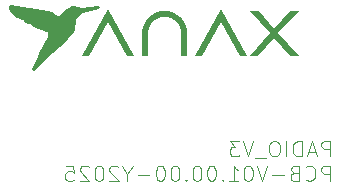
<source format=gbr>
%TF.GenerationSoftware,KiCad,Pcbnew,9.0.0*%
%TF.CreationDate,2025-07-25T23:50:21+02:00*%
%TF.ProjectId,xioboxconn_empty,78696f62-6f78-4636-9f6e-6e5f656d7074,rev?*%
%TF.SameCoordinates,PX73b0b30PY6adbf50*%
%TF.FileFunction,Legend,Bot*%
%TF.FilePolarity,Positive*%
%FSLAX46Y46*%
G04 Gerber Fmt 4.6, Leading zero omitted, Abs format (unit mm)*
G04 Created by KiCad (PCBNEW 9.0.0) date 2025-07-25 23:50:21*
%MOMM*%
%LPD*%
G01*
G04 APERTURE LIST*
%ADD10C,0.270000*%
%ADD11C,0.000000*%
%ADD12C,0.100000*%
G04 APERTURE END LIST*
D10*
X-40078411Y50822260D02*
X-39848468Y50705758D01*
X-39184880Y50292897D01*
X-38451811Y51027364D01*
X-38037833Y51222423D01*
X-37821293Y51205960D01*
X-37301414Y51092243D01*
X-37167473Y51107870D01*
X-35796206Y51278931D01*
X-37170959Y50903186D01*
X-37614793Y50580741D01*
X-37859941Y50242252D01*
X-37932773Y49335328D01*
X-38346049Y48860100D01*
X-38469810Y48717783D01*
X-39141074Y48053915D01*
X-39947395Y48072755D01*
X-39972790Y48666577D01*
X-40004323Y49204316D01*
X-40629819Y49480994D01*
X-41311122Y49743302D01*
X-41369587Y49861901D01*
X-41971085Y50071747D01*
X-42024243Y50210718D01*
X-42695507Y50462702D01*
X-42736248Y50586323D01*
X-43247471Y51036295D01*
X-43293238Y51201770D01*
X-43308305Y51360554D01*
X-40078411Y50822260D01*
G36*
X-40078411Y50822260D02*
G01*
X-39848468Y50705758D01*
X-39184880Y50292897D01*
X-38451811Y51027364D01*
X-38037833Y51222423D01*
X-37821293Y51205960D01*
X-37301414Y51092243D01*
X-37167473Y51107870D01*
X-35796206Y51278931D01*
X-37170959Y50903186D01*
X-37614793Y50580741D01*
X-37859941Y50242252D01*
X-37932773Y49335328D01*
X-38346049Y48860100D01*
X-38469810Y48717783D01*
X-39141074Y48053915D01*
X-39947395Y48072755D01*
X-39972790Y48666577D01*
X-40004323Y49204316D01*
X-40629819Y49480994D01*
X-41311122Y49743302D01*
X-41369587Y49861901D01*
X-41971085Y50071747D01*
X-42024243Y50210718D01*
X-42695507Y50462702D01*
X-42736248Y50586323D01*
X-43247471Y51036295D01*
X-43293238Y51201770D01*
X-43308305Y51360554D01*
X-40078411Y50822260D01*
G37*
D11*
G36*
X-22213313Y50890407D02*
G01*
X-20902043Y49402778D01*
X-19559939Y50925430D01*
X-18851148Y50925430D01*
X-20549883Y49000526D01*
X-18851148Y47075338D01*
X-19559941Y47075338D01*
X-20902046Y48597854D01*
X-22244150Y47075338D01*
X-22953221Y47075338D01*
X-21254208Y49000526D01*
X-22953221Y50925430D01*
X-22244150Y50925430D01*
X-22213313Y50890407D01*
G37*
G36*
X-32742112Y47075338D02*
G01*
X-33353097Y47075338D01*
X-34968116Y49949724D01*
X-36578809Y47075338D01*
X-37189795Y47075338D01*
X-34968536Y51033284D01*
X-32742112Y47075338D01*
G37*
D10*
X-39947671Y48072891D02*
X-39947395Y48072755D01*
X-39947671Y48071919D01*
X-39947535Y48067593D01*
X-39948927Y48068430D01*
X-40307373Y47072767D01*
X-39947395Y48067593D01*
X-39141074Y48053915D01*
X-40317141Y47045560D01*
X-40317277Y47045560D01*
X-40317277Y47045420D01*
X-41305960Y46003578D01*
X-40854735Y47001609D01*
X-40725952Y47328657D01*
X-40227006Y48241023D01*
X-39972790Y48666577D01*
X-39947671Y48072891D01*
G36*
X-39947671Y48072891D02*
G01*
X-39947395Y48072755D01*
X-39947671Y48071919D01*
X-39947535Y48067593D01*
X-39948927Y48068430D01*
X-40307373Y47072767D01*
X-39947395Y48067593D01*
X-39141074Y48053915D01*
X-40317141Y47045560D01*
X-40317277Y47045560D01*
X-40317277Y47045420D01*
X-41305960Y46003578D01*
X-40854735Y47001609D01*
X-40725952Y47328657D01*
X-40227006Y48241023D01*
X-39972790Y48666577D01*
X-39947671Y48072891D01*
G37*
D11*
G36*
X-23183858Y47075338D02*
G01*
X-23795263Y47075338D01*
X-25410000Y49950000D01*
X-27020691Y47075338D01*
X-27631677Y47075338D01*
X-25410280Y51033284D01*
X-23183858Y47075338D01*
G37*
G36*
X-30088442Y50923193D02*
G01*
X-29991799Y50916505D01*
X-29896791Y50905379D01*
X-29803451Y50889826D01*
X-29711810Y50869859D01*
X-29621900Y50845490D01*
X-29533752Y50816732D01*
X-29447397Y50783597D01*
X-29362868Y50746098D01*
X-29280195Y50704247D01*
X-29199410Y50658056D01*
X-29120545Y50607538D01*
X-29043631Y50552705D01*
X-28968700Y50493570D01*
X-28895783Y50430144D01*
X-28824912Y50362441D01*
X-28757202Y50291563D01*
X-28693771Y50218639D01*
X-28634630Y50143701D01*
X-28579793Y50066780D01*
X-28529272Y49987907D01*
X-28483079Y49907114D01*
X-28441227Y49824433D01*
X-28403727Y49739895D01*
X-28370593Y49653531D01*
X-28341836Y49565373D01*
X-28317470Y49475454D01*
X-28297506Y49383803D01*
X-28281957Y49290453D01*
X-28270835Y49195435D01*
X-28264153Y49098781D01*
X-28261923Y49000522D01*
X-28261923Y47075334D01*
X-28774262Y47075334D01*
X-28774262Y49000522D01*
X-28774987Y49048304D01*
X-28777163Y49095569D01*
X-28780791Y49142327D01*
X-28785874Y49188590D01*
X-28792413Y49234367D01*
X-28800410Y49279670D01*
X-28809866Y49324511D01*
X-28820784Y49368899D01*
X-28833166Y49412846D01*
X-28847012Y49456363D01*
X-28862325Y49499460D01*
X-28879106Y49542149D01*
X-28897357Y49584440D01*
X-28917080Y49626344D01*
X-28938277Y49667873D01*
X-28960950Y49709037D01*
X-28960950Y49709309D01*
X-28985431Y49749699D01*
X-29010920Y49788942D01*
X-29037423Y49827043D01*
X-29064948Y49864010D01*
X-29093503Y49899851D01*
X-29123095Y49934573D01*
X-29153732Y49968182D01*
X-29185422Y50000686D01*
X-29218172Y50032092D01*
X-29251991Y50062407D01*
X-29286884Y50091639D01*
X-29322861Y50119794D01*
X-29359929Y50146880D01*
X-29398096Y50172903D01*
X-29437368Y50197872D01*
X-29477755Y50221792D01*
X-29478295Y50222064D01*
X-29478567Y50222336D01*
X-29519728Y50245529D01*
X-29561254Y50267206D01*
X-29603157Y50287372D01*
X-29645445Y50306027D01*
X-29688130Y50323176D01*
X-29731221Y50338820D01*
X-29774730Y50352962D01*
X-29818667Y50365604D01*
X-29863041Y50376750D01*
X-29907864Y50386401D01*
X-29953146Y50394561D01*
X-29998897Y50401231D01*
X-30045128Y50406414D01*
X-30091848Y50410114D01*
X-30139070Y50412331D01*
X-30186802Y50413070D01*
X-30234534Y50412331D01*
X-30281755Y50410114D01*
X-30328476Y50406414D01*
X-30374707Y50401231D01*
X-30420458Y50394561D01*
X-30465740Y50386401D01*
X-30510563Y50376750D01*
X-30554938Y50365604D01*
X-30598875Y50352962D01*
X-30642384Y50338820D01*
X-30685475Y50323176D01*
X-30728160Y50306027D01*
X-30770448Y50287372D01*
X-30812350Y50267206D01*
X-30853876Y50245529D01*
X-30895037Y50222336D01*
X-30895308Y50222064D01*
X-30895848Y50221792D01*
X-30936242Y50197859D01*
X-30975478Y50172883D01*
X-31013566Y50146854D01*
X-31050514Y50119767D01*
X-31086330Y50091613D01*
X-31121022Y50062384D01*
X-31154600Y50032073D01*
X-31187072Y50000672D01*
X-31218446Y49968174D01*
X-31248732Y49934570D01*
X-31277936Y49899854D01*
X-31306068Y49864017D01*
X-31333137Y49827052D01*
X-31359151Y49788950D01*
X-31384118Y49749705D01*
X-31408047Y49709309D01*
X-31408319Y49709037D01*
X-31408591Y49708497D01*
X-31431785Y49667339D01*
X-31453467Y49625822D01*
X-31473639Y49583933D01*
X-31492303Y49541663D01*
X-31509462Y49498999D01*
X-31525118Y49455931D01*
X-31539272Y49412448D01*
X-31551927Y49368537D01*
X-31563085Y49324189D01*
X-31572749Y49279391D01*
X-31580920Y49234133D01*
X-31587600Y49188403D01*
X-31592792Y49142191D01*
X-31596498Y49095484D01*
X-31598720Y49048271D01*
X-31599461Y49000543D01*
X-31599461Y47075355D01*
X-32111800Y47075355D01*
X-32111800Y49000522D01*
X-32109567Y49098781D01*
X-32102875Y49195435D01*
X-32091740Y49290453D01*
X-32076173Y49383803D01*
X-32056188Y49475454D01*
X-32031798Y49565373D01*
X-32003016Y49653531D01*
X-31969855Y49739895D01*
X-31932330Y49824433D01*
X-31890452Y49907114D01*
X-31844235Y49987907D01*
X-31793693Y50066780D01*
X-31738838Y50143701D01*
X-31679684Y50218639D01*
X-31616244Y50291563D01*
X-31548531Y50362441D01*
X-31477659Y50430144D01*
X-31404742Y50493570D01*
X-31329811Y50552705D01*
X-31252897Y50607538D01*
X-31174032Y50658056D01*
X-31093248Y50704247D01*
X-31010575Y50746098D01*
X-30926045Y50783597D01*
X-30839691Y50816732D01*
X-30751543Y50845490D01*
X-30661632Y50869859D01*
X-30569991Y50889826D01*
X-30476651Y50905379D01*
X-30381644Y50916505D01*
X-30285000Y50923193D01*
X-30186752Y50925430D01*
X-30186690Y50925430D01*
X-30088442Y50923193D01*
G37*
D12*
X-16185313Y38607223D02*
X-16185313Y39907223D01*
X-16185313Y39907223D02*
X-16680551Y39907223D01*
X-16680551Y39907223D02*
X-16804361Y39845318D01*
X-16804361Y39845318D02*
X-16866266Y39783413D01*
X-16866266Y39783413D02*
X-16928170Y39659604D01*
X-16928170Y39659604D02*
X-16928170Y39473889D01*
X-16928170Y39473889D02*
X-16866266Y39350080D01*
X-16866266Y39350080D02*
X-16804361Y39288175D01*
X-16804361Y39288175D02*
X-16680551Y39226270D01*
X-16680551Y39226270D02*
X-16185313Y39226270D01*
X-17423409Y38978651D02*
X-18042456Y38978651D01*
X-17299599Y38607223D02*
X-17732932Y39907223D01*
X-17732932Y39907223D02*
X-18166266Y38607223D01*
X-18599599Y38607223D02*
X-18599599Y39907223D01*
X-18599599Y39907223D02*
X-18909123Y39907223D01*
X-18909123Y39907223D02*
X-19094837Y39845318D01*
X-19094837Y39845318D02*
X-19218647Y39721508D01*
X-19218647Y39721508D02*
X-19280552Y39597699D01*
X-19280552Y39597699D02*
X-19342456Y39350080D01*
X-19342456Y39350080D02*
X-19342456Y39164366D01*
X-19342456Y39164366D02*
X-19280552Y38916747D01*
X-19280552Y38916747D02*
X-19218647Y38792937D01*
X-19218647Y38792937D02*
X-19094837Y38669127D01*
X-19094837Y38669127D02*
X-18909123Y38607223D01*
X-18909123Y38607223D02*
X-18599599Y38607223D01*
X-19899599Y38607223D02*
X-19899599Y39907223D01*
X-20766266Y39907223D02*
X-21013885Y39907223D01*
X-21013885Y39907223D02*
X-21137695Y39845318D01*
X-21137695Y39845318D02*
X-21261504Y39721508D01*
X-21261504Y39721508D02*
X-21323409Y39473889D01*
X-21323409Y39473889D02*
X-21323409Y39040556D01*
X-21323409Y39040556D02*
X-21261504Y38792937D01*
X-21261504Y38792937D02*
X-21137695Y38669127D01*
X-21137695Y38669127D02*
X-21013885Y38607223D01*
X-21013885Y38607223D02*
X-20766266Y38607223D01*
X-20766266Y38607223D02*
X-20642457Y38669127D01*
X-20642457Y38669127D02*
X-20518647Y38792937D01*
X-20518647Y38792937D02*
X-20456743Y39040556D01*
X-20456743Y39040556D02*
X-20456743Y39473889D01*
X-20456743Y39473889D02*
X-20518647Y39721508D01*
X-20518647Y39721508D02*
X-20642457Y39845318D01*
X-20642457Y39845318D02*
X-20766266Y39907223D01*
X-21571028Y38483413D02*
X-22561505Y38483413D01*
X-22685314Y39907223D02*
X-23118647Y38607223D01*
X-23118647Y38607223D02*
X-23551981Y39907223D01*
X-23861505Y39907223D02*
X-24666267Y39907223D01*
X-24666267Y39907223D02*
X-24232933Y39411985D01*
X-24232933Y39411985D02*
X-24418648Y39411985D01*
X-24418648Y39411985D02*
X-24542457Y39350080D01*
X-24542457Y39350080D02*
X-24604362Y39288175D01*
X-24604362Y39288175D02*
X-24666267Y39164366D01*
X-24666267Y39164366D02*
X-24666267Y38854842D01*
X-24666267Y38854842D02*
X-24604362Y38731032D01*
X-24604362Y38731032D02*
X-24542457Y38669127D01*
X-24542457Y38669127D02*
X-24418648Y38607223D01*
X-24418648Y38607223D02*
X-24047219Y38607223D01*
X-24047219Y38607223D02*
X-23923410Y38669127D01*
X-23923410Y38669127D02*
X-23861505Y38731032D01*
X-16185313Y36514296D02*
X-16185313Y37814296D01*
X-16185313Y37814296D02*
X-16680551Y37814296D01*
X-16680551Y37814296D02*
X-16804361Y37752391D01*
X-16804361Y37752391D02*
X-16866266Y37690486D01*
X-16866266Y37690486D02*
X-16928170Y37566677D01*
X-16928170Y37566677D02*
X-16928170Y37380962D01*
X-16928170Y37380962D02*
X-16866266Y37257153D01*
X-16866266Y37257153D02*
X-16804361Y37195248D01*
X-16804361Y37195248D02*
X-16680551Y37133343D01*
X-16680551Y37133343D02*
X-16185313Y37133343D01*
X-18228170Y36638105D02*
X-18166266Y36576200D01*
X-18166266Y36576200D02*
X-17980551Y36514296D01*
X-17980551Y36514296D02*
X-17856742Y36514296D01*
X-17856742Y36514296D02*
X-17671028Y36576200D01*
X-17671028Y36576200D02*
X-17547218Y36700010D01*
X-17547218Y36700010D02*
X-17485313Y36823820D01*
X-17485313Y36823820D02*
X-17423409Y37071439D01*
X-17423409Y37071439D02*
X-17423409Y37257153D01*
X-17423409Y37257153D02*
X-17485313Y37504772D01*
X-17485313Y37504772D02*
X-17547218Y37628581D01*
X-17547218Y37628581D02*
X-17671028Y37752391D01*
X-17671028Y37752391D02*
X-17856742Y37814296D01*
X-17856742Y37814296D02*
X-17980551Y37814296D01*
X-17980551Y37814296D02*
X-18166266Y37752391D01*
X-18166266Y37752391D02*
X-18228170Y37690486D01*
X-19218647Y37195248D02*
X-19404361Y37133343D01*
X-19404361Y37133343D02*
X-19466266Y37071439D01*
X-19466266Y37071439D02*
X-19528170Y36947629D01*
X-19528170Y36947629D02*
X-19528170Y36761915D01*
X-19528170Y36761915D02*
X-19466266Y36638105D01*
X-19466266Y36638105D02*
X-19404361Y36576200D01*
X-19404361Y36576200D02*
X-19280551Y36514296D01*
X-19280551Y36514296D02*
X-18785313Y36514296D01*
X-18785313Y36514296D02*
X-18785313Y37814296D01*
X-18785313Y37814296D02*
X-19218647Y37814296D01*
X-19218647Y37814296D02*
X-19342456Y37752391D01*
X-19342456Y37752391D02*
X-19404361Y37690486D01*
X-19404361Y37690486D02*
X-19466266Y37566677D01*
X-19466266Y37566677D02*
X-19466266Y37442867D01*
X-19466266Y37442867D02*
X-19404361Y37319058D01*
X-19404361Y37319058D02*
X-19342456Y37257153D01*
X-19342456Y37257153D02*
X-19218647Y37195248D01*
X-19218647Y37195248D02*
X-18785313Y37195248D01*
X-20085313Y37009534D02*
X-21075789Y37009534D01*
X-21509123Y37814296D02*
X-21942456Y36514296D01*
X-21942456Y36514296D02*
X-22375790Y37814296D01*
X-23056742Y37814296D02*
X-23180552Y37814296D01*
X-23180552Y37814296D02*
X-23304361Y37752391D01*
X-23304361Y37752391D02*
X-23366266Y37690486D01*
X-23366266Y37690486D02*
X-23428171Y37566677D01*
X-23428171Y37566677D02*
X-23490076Y37319058D01*
X-23490076Y37319058D02*
X-23490076Y37009534D01*
X-23490076Y37009534D02*
X-23428171Y36761915D01*
X-23428171Y36761915D02*
X-23366266Y36638105D01*
X-23366266Y36638105D02*
X-23304361Y36576200D01*
X-23304361Y36576200D02*
X-23180552Y36514296D01*
X-23180552Y36514296D02*
X-23056742Y36514296D01*
X-23056742Y36514296D02*
X-22932933Y36576200D01*
X-22932933Y36576200D02*
X-22871028Y36638105D01*
X-22871028Y36638105D02*
X-22809123Y36761915D01*
X-22809123Y36761915D02*
X-22747219Y37009534D01*
X-22747219Y37009534D02*
X-22747219Y37319058D01*
X-22747219Y37319058D02*
X-22809123Y37566677D01*
X-22809123Y37566677D02*
X-22871028Y37690486D01*
X-22871028Y37690486D02*
X-22932933Y37752391D01*
X-22932933Y37752391D02*
X-23056742Y37814296D01*
X-24728171Y36514296D02*
X-23985314Y36514296D01*
X-24356742Y36514296D02*
X-24356742Y37814296D01*
X-24356742Y37814296D02*
X-24232933Y37628581D01*
X-24232933Y37628581D02*
X-24109123Y37504772D01*
X-24109123Y37504772D02*
X-23985314Y37442867D01*
X-25285313Y36638105D02*
X-25347218Y36576200D01*
X-25347218Y36576200D02*
X-25285313Y36514296D01*
X-25285313Y36514296D02*
X-25223409Y36576200D01*
X-25223409Y36576200D02*
X-25285313Y36638105D01*
X-25285313Y36638105D02*
X-25285313Y36514296D01*
X-26151980Y37814296D02*
X-26275790Y37814296D01*
X-26275790Y37814296D02*
X-26399599Y37752391D01*
X-26399599Y37752391D02*
X-26461504Y37690486D01*
X-26461504Y37690486D02*
X-26523409Y37566677D01*
X-26523409Y37566677D02*
X-26585314Y37319058D01*
X-26585314Y37319058D02*
X-26585314Y37009534D01*
X-26585314Y37009534D02*
X-26523409Y36761915D01*
X-26523409Y36761915D02*
X-26461504Y36638105D01*
X-26461504Y36638105D02*
X-26399599Y36576200D01*
X-26399599Y36576200D02*
X-26275790Y36514296D01*
X-26275790Y36514296D02*
X-26151980Y36514296D01*
X-26151980Y36514296D02*
X-26028171Y36576200D01*
X-26028171Y36576200D02*
X-25966266Y36638105D01*
X-25966266Y36638105D02*
X-25904361Y36761915D01*
X-25904361Y36761915D02*
X-25842457Y37009534D01*
X-25842457Y37009534D02*
X-25842457Y37319058D01*
X-25842457Y37319058D02*
X-25904361Y37566677D01*
X-25904361Y37566677D02*
X-25966266Y37690486D01*
X-25966266Y37690486D02*
X-26028171Y37752391D01*
X-26028171Y37752391D02*
X-26151980Y37814296D01*
X-27390075Y37814296D02*
X-27513885Y37814296D01*
X-27513885Y37814296D02*
X-27637694Y37752391D01*
X-27637694Y37752391D02*
X-27699599Y37690486D01*
X-27699599Y37690486D02*
X-27761504Y37566677D01*
X-27761504Y37566677D02*
X-27823409Y37319058D01*
X-27823409Y37319058D02*
X-27823409Y37009534D01*
X-27823409Y37009534D02*
X-27761504Y36761915D01*
X-27761504Y36761915D02*
X-27699599Y36638105D01*
X-27699599Y36638105D02*
X-27637694Y36576200D01*
X-27637694Y36576200D02*
X-27513885Y36514296D01*
X-27513885Y36514296D02*
X-27390075Y36514296D01*
X-27390075Y36514296D02*
X-27266266Y36576200D01*
X-27266266Y36576200D02*
X-27204361Y36638105D01*
X-27204361Y36638105D02*
X-27142456Y36761915D01*
X-27142456Y36761915D02*
X-27080552Y37009534D01*
X-27080552Y37009534D02*
X-27080552Y37319058D01*
X-27080552Y37319058D02*
X-27142456Y37566677D01*
X-27142456Y37566677D02*
X-27204361Y37690486D01*
X-27204361Y37690486D02*
X-27266266Y37752391D01*
X-27266266Y37752391D02*
X-27390075Y37814296D01*
X-28380551Y36638105D02*
X-28442456Y36576200D01*
X-28442456Y36576200D02*
X-28380551Y36514296D01*
X-28380551Y36514296D02*
X-28318647Y36576200D01*
X-28318647Y36576200D02*
X-28380551Y36638105D01*
X-28380551Y36638105D02*
X-28380551Y36514296D01*
X-29247218Y37814296D02*
X-29371028Y37814296D01*
X-29371028Y37814296D02*
X-29494837Y37752391D01*
X-29494837Y37752391D02*
X-29556742Y37690486D01*
X-29556742Y37690486D02*
X-29618647Y37566677D01*
X-29618647Y37566677D02*
X-29680552Y37319058D01*
X-29680552Y37319058D02*
X-29680552Y37009534D01*
X-29680552Y37009534D02*
X-29618647Y36761915D01*
X-29618647Y36761915D02*
X-29556742Y36638105D01*
X-29556742Y36638105D02*
X-29494837Y36576200D01*
X-29494837Y36576200D02*
X-29371028Y36514296D01*
X-29371028Y36514296D02*
X-29247218Y36514296D01*
X-29247218Y36514296D02*
X-29123409Y36576200D01*
X-29123409Y36576200D02*
X-29061504Y36638105D01*
X-29061504Y36638105D02*
X-28999599Y36761915D01*
X-28999599Y36761915D02*
X-28937695Y37009534D01*
X-28937695Y37009534D02*
X-28937695Y37319058D01*
X-28937695Y37319058D02*
X-28999599Y37566677D01*
X-28999599Y37566677D02*
X-29061504Y37690486D01*
X-29061504Y37690486D02*
X-29123409Y37752391D01*
X-29123409Y37752391D02*
X-29247218Y37814296D01*
X-30485313Y37814296D02*
X-30609123Y37814296D01*
X-30609123Y37814296D02*
X-30732932Y37752391D01*
X-30732932Y37752391D02*
X-30794837Y37690486D01*
X-30794837Y37690486D02*
X-30856742Y37566677D01*
X-30856742Y37566677D02*
X-30918647Y37319058D01*
X-30918647Y37319058D02*
X-30918647Y37009534D01*
X-30918647Y37009534D02*
X-30856742Y36761915D01*
X-30856742Y36761915D02*
X-30794837Y36638105D01*
X-30794837Y36638105D02*
X-30732932Y36576200D01*
X-30732932Y36576200D02*
X-30609123Y36514296D01*
X-30609123Y36514296D02*
X-30485313Y36514296D01*
X-30485313Y36514296D02*
X-30361504Y36576200D01*
X-30361504Y36576200D02*
X-30299599Y36638105D01*
X-30299599Y36638105D02*
X-30237694Y36761915D01*
X-30237694Y36761915D02*
X-30175790Y37009534D01*
X-30175790Y37009534D02*
X-30175790Y37319058D01*
X-30175790Y37319058D02*
X-30237694Y37566677D01*
X-30237694Y37566677D02*
X-30299599Y37690486D01*
X-30299599Y37690486D02*
X-30361504Y37752391D01*
X-30361504Y37752391D02*
X-30485313Y37814296D01*
X-31475789Y37009534D02*
X-32466265Y37009534D01*
X-33332932Y37133343D02*
X-33332932Y36514296D01*
X-32899599Y37814296D02*
X-33332932Y37133343D01*
X-33332932Y37133343D02*
X-33766266Y37814296D01*
X-34137695Y37690486D02*
X-34199599Y37752391D01*
X-34199599Y37752391D02*
X-34323409Y37814296D01*
X-34323409Y37814296D02*
X-34632933Y37814296D01*
X-34632933Y37814296D02*
X-34756742Y37752391D01*
X-34756742Y37752391D02*
X-34818647Y37690486D01*
X-34818647Y37690486D02*
X-34880552Y37566677D01*
X-34880552Y37566677D02*
X-34880552Y37442867D01*
X-34880552Y37442867D02*
X-34818647Y37257153D01*
X-34818647Y37257153D02*
X-34075790Y36514296D01*
X-34075790Y36514296D02*
X-34880552Y36514296D01*
X-35685313Y37814296D02*
X-35809123Y37814296D01*
X-35809123Y37814296D02*
X-35932932Y37752391D01*
X-35932932Y37752391D02*
X-35994837Y37690486D01*
X-35994837Y37690486D02*
X-36056742Y37566677D01*
X-36056742Y37566677D02*
X-36118647Y37319058D01*
X-36118647Y37319058D02*
X-36118647Y37009534D01*
X-36118647Y37009534D02*
X-36056742Y36761915D01*
X-36056742Y36761915D02*
X-35994837Y36638105D01*
X-35994837Y36638105D02*
X-35932932Y36576200D01*
X-35932932Y36576200D02*
X-35809123Y36514296D01*
X-35809123Y36514296D02*
X-35685313Y36514296D01*
X-35685313Y36514296D02*
X-35561504Y36576200D01*
X-35561504Y36576200D02*
X-35499599Y36638105D01*
X-35499599Y36638105D02*
X-35437694Y36761915D01*
X-35437694Y36761915D02*
X-35375790Y37009534D01*
X-35375790Y37009534D02*
X-35375790Y37319058D01*
X-35375790Y37319058D02*
X-35437694Y37566677D01*
X-35437694Y37566677D02*
X-35499599Y37690486D01*
X-35499599Y37690486D02*
X-35561504Y37752391D01*
X-35561504Y37752391D02*
X-35685313Y37814296D01*
X-36613885Y37690486D02*
X-36675789Y37752391D01*
X-36675789Y37752391D02*
X-36799599Y37814296D01*
X-36799599Y37814296D02*
X-37109123Y37814296D01*
X-37109123Y37814296D02*
X-37232932Y37752391D01*
X-37232932Y37752391D02*
X-37294837Y37690486D01*
X-37294837Y37690486D02*
X-37356742Y37566677D01*
X-37356742Y37566677D02*
X-37356742Y37442867D01*
X-37356742Y37442867D02*
X-37294837Y37257153D01*
X-37294837Y37257153D02*
X-36551980Y36514296D01*
X-36551980Y36514296D02*
X-37356742Y36514296D01*
X-38532932Y37814296D02*
X-37913884Y37814296D01*
X-37913884Y37814296D02*
X-37851980Y37195248D01*
X-37851980Y37195248D02*
X-37913884Y37257153D01*
X-37913884Y37257153D02*
X-38037694Y37319058D01*
X-38037694Y37319058D02*
X-38347218Y37319058D01*
X-38347218Y37319058D02*
X-38471027Y37257153D01*
X-38471027Y37257153D02*
X-38532932Y37195248D01*
X-38532932Y37195248D02*
X-38594837Y37071439D01*
X-38594837Y37071439D02*
X-38594837Y36761915D01*
X-38594837Y36761915D02*
X-38532932Y36638105D01*
X-38532932Y36638105D02*
X-38471027Y36576200D01*
X-38471027Y36576200D02*
X-38347218Y36514296D01*
X-38347218Y36514296D02*
X-38037694Y36514296D01*
X-38037694Y36514296D02*
X-37913884Y36576200D01*
X-37913884Y36576200D02*
X-37851980Y36638105D01*
M02*

</source>
